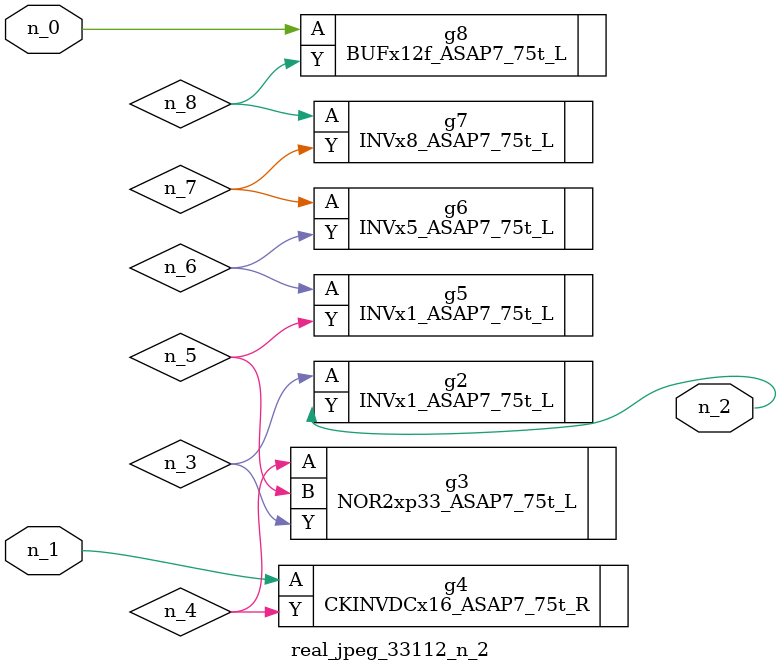
<source format=v>
module real_jpeg_33112_n_2 (n_1, n_0, n_2);

input n_1;
input n_0;

output n_2;

wire n_5;
wire n_4;
wire n_8;
wire n_6;
wire n_7;
wire n_3;

BUFx12f_ASAP7_75t_L g8 ( 
.A(n_0),
.Y(n_8)
);

CKINVDCx16_ASAP7_75t_R g4 ( 
.A(n_1),
.Y(n_4)
);

INVx1_ASAP7_75t_L g2 ( 
.A(n_3),
.Y(n_2)
);

NOR2xp33_ASAP7_75t_L g3 ( 
.A(n_4),
.B(n_5),
.Y(n_3)
);

INVx1_ASAP7_75t_L g5 ( 
.A(n_6),
.Y(n_5)
);

INVx5_ASAP7_75t_L g6 ( 
.A(n_7),
.Y(n_6)
);

INVx8_ASAP7_75t_L g7 ( 
.A(n_8),
.Y(n_7)
);


endmodule
</source>
